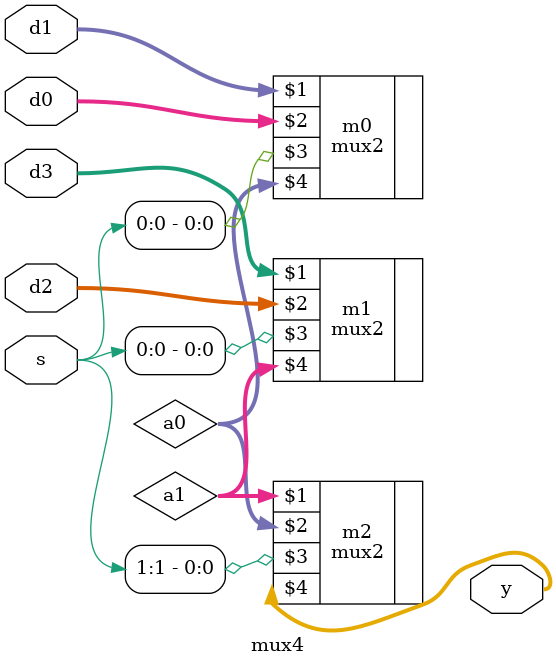
<source format=sv>
module mux4(input logic [31:0]d3, input logic[31:0]d2, input logic[31:0]d1, 
				input logic[31:0]d0, input logic [1:0]s, output logic [31:0]y); 

	logic [31:0]a0;
	logic	[31:0]a1;
	
	mux2 m0(d1, d0, s[0], a0);
	mux2 m1(d3, d2, s[0], a1);
	mux2 m2(a1, a0, s[1], y);

endmodule




</source>
